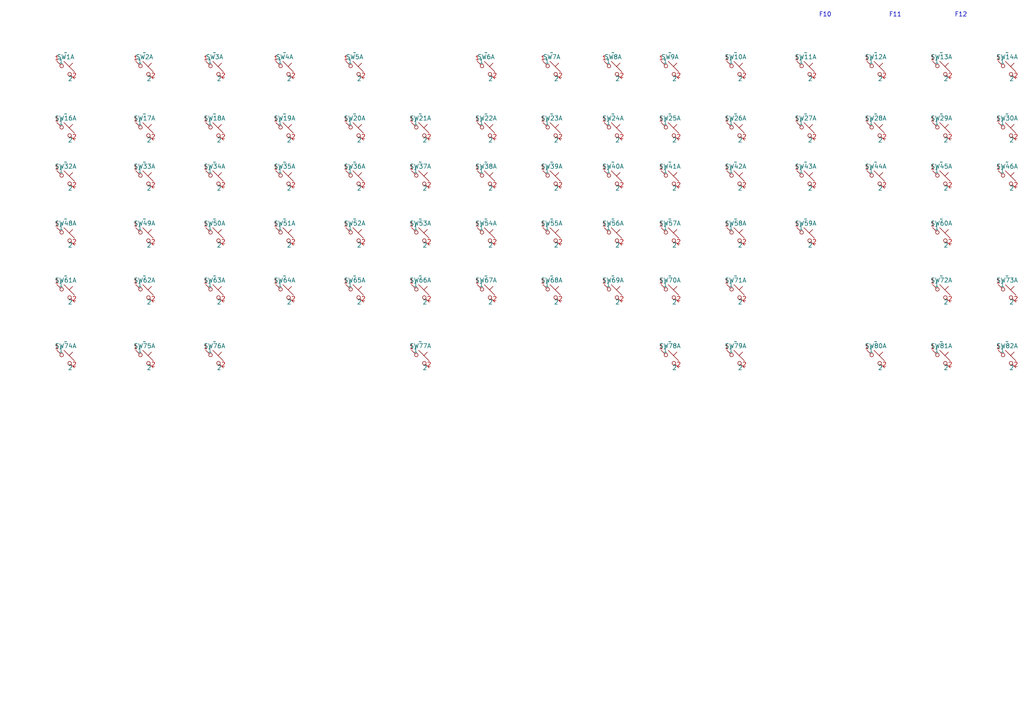
<source format=kicad_sch>
(kicad_sch (version 20230121) (generator eeschema)
  (paper "A4")
  (junction (at 273.05 309.88))
  (junction (at 147.32 265.43))
  (junction (at -30.48 312.42))
  (junction (at 224.79 245.11))
  (junction (at 222.25 309.88))
  (junction (at 171.45 309.88))
  (junction (at 189.23 242.57))
  (junction (at 299.72 265.43))
  (junction (at 0 312.42))
  (junction (at 275.59 359.41))
  (junction (at 142.24 290.83))
  (junction (at 199.39 245.11))
  (junction (at -3.81 359.41))
  (junction (at 153.67 219.71))
  (junction (at 280.67 219.71))
  (junction (at 26.67 334.01))
  (junction (at 243.84 290.83))
  (junction (at 15.24 290.83))
  (junction (at 121.92 265.43))
  (junction (at 320.04 290.83))
  (junction (at 193.04 290.83))
  (junction (at 128.27 334.01))
  (junction (at 275.59 245.11))
  (junction (at 250.19 245.11))
  (junction (at 62.23 242.57))
  (junction (at 128.27 219.71))
  (junction (at 184.15 267.97))
  (junction (at 247.65 309.88))
  (junction (at 6.35 267.97))
  (junction (at 274.32 265.43))
  (junction (at 173.99 359.41))
  (junction (at 97.79 245.11))
  (junction (at 115.57 335.28))
  (junction (at 69.85 309.88))
  (junction (at 217.17 335.28))
  (junction (at 55.88 287.02))
  (junction (at 30.48 287.02))
  (junction (at 198.12 265.43))
  (junction (at 199.39 359.41))
  (junction (at 44.45 309.88))
  (junction (at 234.95 267.97))
  (junction (at 298.45 309.88))
  (junction (at 57.15 267.97))
  (junction (at 166.37 335.28))
  (junction (at 279.4 312.42))
  (junction (at 153.67 334.01))
  (junction (at -30.48 267.97))
  (junction (at 120.65 309.88))
  (junction (at 1.27 219.71))
  (junction (at 167.64 290.83))
  (junction (at 242.57 335.28))
  (junction (at 116.84 290.83))
  (junction (at 36.83 242.57))
  (junction (at 331.47 219.71))
  (junction (at 101.6 312.42))
  (junction (at 102.87 334.01))
  (junction (at 138.43 242.57))
  (junction (at 224.79 359.41))
  (junction (at 97.79 359.41))
  (junction (at 179.07 219.71))
  (junction (at 204.47 334.01))
  (junction (at 72.39 359.41))
  (junction (at 293.37 335.28))
  (junction (at 95.25 309.88))
  (junction (at 255.27 334.01))
  (junction (at 11.43 242.57))
  (junction (at 204.47 219.71))
  (junction (at 107.95 267.97))
  (junction (at 311.15 267.97))
  (junction (at 309.88 287.02))
  (junction (at 280.67 334.01))
  (junction (at 91.44 290.83))
  (junction (at 81.28 287.02))
  (junction (at 229.87 219.71))
  (junction (at 52.07 334.01))
  (junction (at 304.8 312.42))
  (junction (at 158.75 267.97))
  (junction (at 25.4 312.42))
  (junction (at 39.37 335.28))
  (junction (at 248.92 265.43))
  (junction (at 82.55 267.97))
  (junction (at 177.8 312.42))
  (junction (at 46.99 245.11))
  (junction (at 113.03 242.57))
  (junction (at 46.99 359.41))
  (junction (at 148.59 359.41))
  (junction (at 208.28 287.02))
  (junction (at 325.12 265.43))
  (junction (at 30.48 265.43))
  (junction (at 52.07 219.71))
  (junction (at 306.07 219.71))
  (junction (at 300.99 245.11))
  (junction (at -30.48 335.28))
  (junction (at 233.68 287.02))
  (junction (at 102.87 219.71))
  (junction (at 290.83 242.57))
  (junction (at 163.83 242.57))
  (junction (at 90.17 335.28))
  (junction (at 173.99 245.11))
  (junction (at 259.08 287.02))
  (junction (at 13.97 335.28))
  (junction (at 20.32 265.43))
  (junction (at 182.88 287.02))
  (junction (at 77.47 219.71))
  (junction (at 30.48 309.88))
  (junction (at 172.72 265.43))
  (junction (at 123.19 359.41))
  (junction (at 127 312.42))
  (junction (at 240.03 242.57))
  (junction (at 326.39 245.11))
  (junction (at 140.97 335.28))
  (junction (at 294.64 290.83))
  (junction (at 30.48 334.01))
  (junction (at 71.12 265.43))
  (junction (at 228.6 312.42))
  (junction (at -30.48 290.83))
  (junction (at 21.59 359.41))
  (junction (at 267.97 335.28))
  (junction (at 203.2 312.42))
  (junction (at 269.24 290.83))
  (junction (at 132.08 287.02))
  (junction (at 157.48 287.02))
  (junction (at 285.75 267.97))
  (junction (at 20.32 242.57))
  (junction (at 26.67 219.71))
  (junction (at 96.52 265.43))
  (junction (at 87.63 242.57))
  (junction (at 21.59 245.11))
  (junction (at -30.48 359.41))
  (junction (at 214.63 242.57))
  (junction (at 152.4 312.42))
  (junction (at 146.05 309.88))
  (junction (at 35.56 309.88))
  (junction (at 31.75 267.97))
  (junction (at 218.44 290.83))
  (junction (at 284.48 287.02))
  (junction (at 148.59 245.11))
  (junction (at 50.8 312.42))
  (junction (at 64.77 335.28))
  (junction (at 35.56 287.02))
  (junction (at 223.52 265.43))
  (junction (at 66.04 290.83))
  (junction (at 196.85 309.88))
  (junction (at 179.07 334.01))
  (junction (at 229.87 334.01))
  (junction (at 318.77 335.28))
  (junction (at 250.19 359.41))
  (junction (at 77.47 334.01))
  (junction (at 123.19 245.11))
  (junction (at 133.35 267.97))
  (junction (at 260.35 267.97))
  (junction (at 209.55 267.97))
  (junction (at 323.85 309.88))
  (junction (at 106.68 287.02))
  (junction (at 45.72 265.43))
  (junction (at 316.23 242.57))
  (junction (at 72.39 245.11))
  (junction (at 40.64 290.83))
  (junction (at 254 312.42))
  (junction (at 191.77 335.28))
  (junction (at 76.2 312.42))
  (junction (at 255.27 219.71))
  (junction (at 265.43 242.57))
  (wire (pts (xy 275.59 359.41) (xy 250.19 359.41)))
  (wire (pts (xy 259.08 287.02) (xy 284.48 287.02)))
  (wire (pts (xy 1.27 219.71) (xy 1.27 242.57)))
  (wire (pts (xy 325.12 265.43) (xy 350.52 265.43)))
  (wire (pts (xy 52.07 334.01) (xy 77.47 334.01)))
  (wire (pts (xy -6.35 246.38) (xy -6.35 260.35)))
  (wire (pts (xy -8.89 219.71) (xy -8.89 214.63)))
  (wire (pts (xy 127 312.42) (xy 101.6 312.42)))
  (wire (pts (xy 87.63 242.57) (xy 62.23 242.57)))
  (wire (pts (xy 69.85 309.88) (xy 95.25 309.88)))
  (wire (pts (xy 342.9 311.15) (xy 1.27 311.15)))
  (wire (pts (xy 280.67 334.01) (xy 306.07 334.01)))
  (wire (pts (xy 364.49 237.49) (xy 364.49 246.38)))
  (wire (pts (xy 326.39 245.11) (xy 300.99 245.11)))
  (wire (pts (xy 203.2 312.42) (xy 177.8 312.42)))
  (wire (pts (xy 233.68 287.02) (xy 259.08 287.02)))
  (wire (pts (xy 267.97 335.28) (xy 242.57 335.28)))
  (wire (pts (xy 153.67 219.71) (xy 179.07 219.71)))
  (wire (pts (xy 57.15 267.97) (xy 31.75 267.97)))
  (wire (pts (xy 204.47 219.71) (xy 229.87 219.71)))
  (wire (pts (xy 39.37 335.28) (xy 13.97 335.28)))
  (wire (pts (xy 193.04 290.83) (xy 167.64 290.83)))
  (wire (pts (xy 133.35 267.97) (xy 107.95 267.97)))
  (wire (pts (xy 72.39 359.41) (xy 46.99 359.41)))
  (wire (pts (xy 265.43 242.57) (xy 240.03 242.57)))
  (wire (pts (xy 349.25 260.35) (xy 349.25 266.7)))
  (wire (pts (xy 25.4 312.42) (xy 0 312.42)))
  (wire (pts (xy 1.27 219.71) (xy -8.89 219.71)))
  (wire (pts (xy 209.55 267.97) (xy 184.15 267.97)))
  (wire (pts (xy 31.75 267.97) (xy 6.35 267.97)))
  (wire (pts (xy 81.28 287.02) (xy 106.68 287.02)))
  (wire (pts (xy 179.07 219.71) (xy 204.47 219.71)))
  (wire (pts (xy 19.05 309.88) (xy 30.48 309.88)))
  (wire (pts (xy 20.32 265.43) (xy 30.48 265.43)))
  (wire (pts (xy 300.99 245.11) (xy 275.59 245.11)))
  (wire (pts (xy 26.67 219.71) (xy 1.27 219.71)))
  (wire (pts (xy 255.27 334.01) (xy 280.67 334.01)))
  (wire (pts (xy 349.25 266.7) (xy 2.54 266.7)))
  (wire (pts (xy 217.17 335.28) (xy 191.77 335.28)))
  (wire (pts (xy 345.44 290.83) (xy 320.04 290.83)))
  (wire (pts (xy 97.79 359.41) (xy 72.39 359.41)))
  (wire (pts (xy 2.54 266.7) (xy 2.54 283.21)))
  (wire (pts (xy 76.2 312.42) (xy 50.8 312.42)))
  (wire (pts (xy 90.17 335.28) (xy 64.77 335.28)))
  (wire (pts (xy 300.99 359.41) (xy 275.59 359.41)))
  (wire (pts (xy 8.89 237.49) (xy 2.54 237.49)) (stroke (width 0.1524)))
  (wire (pts (xy 274.32 265.43) (xy 299.72 265.43)))
  (wire (pts (xy 182.88 287.02) (xy 208.28 287.02)))
  (wire (pts (xy 222.25 309.88) (xy 247.65 309.88)))
  (wire (pts (xy 228.6 312.42) (xy 203.2 312.42)))
  (wire (pts (xy 316.23 242.57) (xy 290.83 242.57)))
  (wire (pts (xy 299.72 265.43) (xy 325.12 265.43)))
  (wire (pts (xy 191.77 335.28) (xy 166.37 335.28)))
  (wire (pts (xy 152.4 312.42) (xy 127 312.42)))
  (wire (pts (xy 275.59 245.11) (xy 250.19 245.11)))
  (wire (pts (xy 177.8 312.42) (xy 152.4 312.42)))
  (wire (pts (xy 356.87 332.74) (xy 356.87 327.66)))
  (wire (pts (xy 107.95 267.97) (xy 82.55 267.97)))
  (wire (pts (xy 189.23 242.57) (xy 163.83 242.57)))
  (wire (pts (xy 11.43 242.57) (xy 20.32 242.57)))
  (wire (pts (xy -12.7 289.56) (xy 358.14 289.56)))
  (wire (pts (xy 306.07 219.71) (xy 331.47 219.71)))
  (wire (pts (xy 101.6 312.42) (xy 76.2 312.42)))
  (wire (pts (xy 364.49 246.38) (xy -6.35 246.38)))
  (wire (pts (xy 102.87 219.71) (xy 128.27 219.71)))
  (wire (pts (xy 45.72 265.43) (xy 71.12 265.43)))
  (wire (pts (xy 1.27 311.15) (xy 1.27 327.66)))
  (wire (pts (xy 20.32 242.57) (xy 36.83 242.57)))
  (wire (pts (xy 113.03 242.57) (xy 87.63 242.57)))
  (wire (pts (xy 351.79 245.11) (xy 326.39 245.11)))
  (wire (pts (xy 171.45 309.88) (xy 196.85 309.88)))
  (wire (pts (xy 204.47 334.01) (xy 229.87 334.01)))
  (wire (pts (xy 250.19 359.41) (xy 224.79 359.41)))
  (wire (pts (xy 128.27 334.01) (xy 153.67 334.01)))
  (wire (pts (xy 55.88 287.02) (xy 81.28 287.02)))
  (wire (pts (xy 30.48 309.88) (xy 30.48 334.01)))
  (wire (pts (xy 309.88 287.02) (xy 335.28 287.02)))
  (wire (pts (xy 123.19 245.11) (xy 97.79 245.11)))
  (wire (pts (xy 273.05 309.88) (xy 298.45 309.88)))
  (wire (pts (xy 248.92 265.43) (xy 274.32 265.43)))
  (wire (pts (xy 243.84 290.83) (xy 218.44 290.83)))
  (wire (pts (xy 223.52 265.43) (xy 248.92 265.43)))
  (wire (pts (xy 30.48 287.02) (xy 30.48 265.43)))
  (wire (pts (xy 320.04 290.83) (xy 294.64 290.83)))
  (wire (pts (xy 148.59 245.11) (xy 123.19 245.11)))
  (wire (pts (xy 158.75 267.97) (xy 133.35 267.97)))
  (wire (pts (xy 30.48 287.02) (xy 35.56 287.02)))
  (wire (pts (xy 46.99 359.41) (xy 21.59 359.41)))
  (wire (pts (xy 247.65 309.88) (xy 273.05 309.88)))
  (wire (pts (xy 52.07 219.71) (xy 77.47 219.71)))
  (wire (pts (xy 255.27 219.71) (xy 280.67 219.71)))
  (wire (pts (xy 26.67 334.01) (xy 30.48 334.01)))
  (wire (pts (xy -30.48 359.41) (xy -30.48 374.65)))
  (wire (pts (xy 120.65 309.88) (xy 146.05 309.88)))
  (wire (pts (xy 6.35 267.97) (xy -30.48 267.97)))
  (wire (pts (xy 97.79 245.11) (xy 72.39 245.11)))
  (wire (pts (xy 179.07 334.01) (xy 204.47 334.01)))
  (wire (pts (xy 323.85 309.88) (xy 349.25 309.88)))
  (wire (pts (xy 330.2 312.42) (xy 304.8 312.42)))
  (wire (pts (xy 240.03 242.57) (xy 214.63 242.57)))
  (wire (pts (xy 250.19 245.11) (xy 224.79 245.11)))
  (wire (pts (xy 66.04 290.83) (xy 40.64 290.83)))
  (wire (pts (xy 254 312.42) (xy 228.6 312.42)))
  (wire (pts (xy -16.51 332.74) (xy 356.87 332.74)))
  (wire (pts (xy -30.48 245.11) (xy -30.48 267.97)))
  (wire (pts (xy 148.59 359.41) (xy 123.19 359.41)))
  (wire (pts (xy 13.97 335.28) (xy -30.48 335.28)))
  (wire (pts (xy 64.77 335.28) (xy 39.37 335.28)))
  (wire (pts (xy 26.67 219.71) (xy 52.07 219.71)))
  (wire (pts (xy 218.44 290.83) (xy 193.04 290.83)))
  (wire (pts (xy 11.43 242.57) (xy 1.27 242.57)))
  (wire (pts (xy 290.83 242.57) (xy 265.43 242.57)))
  (wire (pts (xy 331.47 219.71) (xy 356.87 219.71)))
  (wire (pts (xy 298.45 309.88) (xy 323.85 309.88)))
  (wire (pts (xy 21.59 245.11) (xy -30.48 245.11)))
  (wire (pts (xy -16.51 351.79) (xy -16.51 332.74)))
  (wire (pts (xy 77.47 334.01) (xy 102.87 334.01)))
  (wire (pts (xy 30.48 309.88) (xy 35.56 309.88)))
  (wire (pts (xy -12.7 304.8) (xy -12.7 289.56)))
  (wire (pts (xy 172.72 265.43) (xy 198.12 265.43)))
  (wire (pts (xy 82.55 267.97) (xy 57.15 267.97)))
  (wire (pts (xy 21.59 359.41) (xy -3.81 359.41)))
  (wire (pts (xy 173.99 359.41) (xy 148.59 359.41)))
  (wire (pts (xy 199.39 359.41) (xy 173.99 359.41)))
  (wire (pts (xy 260.35 267.97) (xy 234.95 267.97)))
  (wire (pts (xy -30.48 312.42) (xy -30.48 335.28)))
  (wire (pts (xy 140.97 335.28) (xy 115.57 335.28)))
  (wire (pts (xy 30.48 265.43) (xy 45.72 265.43)))
  (wire (pts (xy 102.87 334.01) (xy 128.27 334.01)))
  (wire (pts (xy 128.27 219.71) (xy 153.67 219.71)))
  (wire (pts (xy 318.77 335.28) (xy 293.37 335.28)))
  (wire (pts (xy 121.92 265.43) (xy 147.32 265.43)))
  (wire (pts (xy 229.87 219.71) (xy 255.27 219.71)))
  (wire (pts (xy 40.64 290.83) (xy 15.24 290.83)))
  (wire (pts (xy 166.37 335.28) (xy 140.97 335.28)))
  (wire (pts (xy 280.67 219.71) (xy 306.07 219.71)))
  (wire (pts (xy 106.68 287.02) (xy 132.08 287.02)))
  (wire (pts (xy 1.27 334.01) (xy 26.67 334.01)))
  (wire (pts (xy 214.63 242.57) (xy 189.23 242.57)))
  (wire (pts (xy -3.81 359.41) (xy -30.48 359.41)))
  (wire (pts (xy -30.48 267.97) (xy -30.48 290.83)))
  (wire (pts (xy 96.52 265.43) (xy 121.92 265.43)))
  (wire (pts (xy 153.67 334.01) (xy 179.07 334.01)))
  (wire (pts (xy 269.24 290.83) (xy 243.84 290.83)))
  (wire (pts (xy 91.44 290.83) (xy 66.04 290.83)))
  (wire (pts (xy 46.99 245.11) (xy 21.59 245.11)))
  (wire (pts (xy 173.99 245.11) (xy 148.59 245.11)))
  (wire (pts (xy 35.56 287.02) (xy 35.56 309.88)))
  (wire (pts (xy 35.56 309.88) (xy 44.45 309.88)))
  (wire (pts (xy 304.8 312.42) (xy 279.4 312.42)))
  (wire (pts (xy 0 312.42) (xy -30.48 312.42)))
  (wire (pts (xy -30.48 335.28) (xy -30.48 359.41)))
  (wire (pts (xy 30.48 334.01) (xy 52.07 334.01)))
  (wire (pts (xy 123.19 359.41) (xy 97.79 359.41)))
  (wire (pts (xy 279.4 312.42) (xy 254 312.42)))
  (wire (pts (xy -30.48 290.83) (xy -30.48 312.42)))
  (wire (pts (xy 95.25 309.88) (xy 120.65 309.88)))
  (wire (pts (xy 132.08 287.02) (xy 157.48 287.02)))
  (wire (pts (xy 167.64 290.83) (xy 142.24 290.83)))
  (wire (pts (xy 116.84 290.83) (xy 91.44 290.83)))
  (wire (pts (xy 358.14 289.56) (xy 358.14 283.21)))
  (wire (pts (xy 285.75 267.97) (xy 260.35 267.97)))
  (wire (pts (xy 138.43 242.57) (xy 113.03 242.57)))
  (wire (pts (xy 62.23 242.57) (xy 36.83 242.57)))
  (wire (pts (xy 147.32 265.43) (xy 172.72 265.43)))
  (wire (pts (xy 198.12 265.43) (xy 223.52 265.43)))
  (wire (pts (xy 342.9 304.8) (xy 342.9 311.15)))
  (wire (pts (xy 20.32 265.43) (xy 20.32 242.57)))
  (wire (pts (xy 208.28 287.02) (xy 233.68 287.02)))
  (wire (pts (xy 50.8 312.42) (xy 25.4 312.42)))
  (wire (pts (xy 5.08 287.02) (xy 30.48 287.02)))
  (wire (pts (xy 336.55 267.97) (xy 311.15 267.97)))
  (wire (pts (xy 196.85 309.88) (xy 222.25 309.88)))
  (wire (pts (xy 294.64 290.83) (xy 269.24 290.83)))
  (wire (pts (xy 115.57 335.28) (xy 90.17 335.28)))
  (wire (pts (xy 146.05 309.88) (xy 171.45 309.88)))
  (wire (pts (xy 71.12 265.43) (xy 96.52 265.43)))
  (wire (pts (xy 163.83 242.57) (xy 138.43 242.57)))
  (wire (pts (xy 15.24 290.83) (xy -30.48 290.83)))
  (wire (pts (xy 293.37 335.28) (xy 267.97 335.28)))
  (wire (pts (xy 142.24 290.83) (xy 116.84 290.83)))
  (wire (pts (xy 72.39 245.11) (xy 46.99 245.11)))
  (wire (pts (xy 77.47 219.71) (xy 102.87 219.71)))
  (wire (pts (xy 224.79 359.41) (xy 199.39 359.41)))
  (wire (pts (xy 341.63 242.57) (xy 316.23 242.57)))
  (wire (pts (xy 44.45 309.88) (xy 69.85 309.88)))
  (wire (pts (xy 184.15 267.97) (xy 158.75 267.97)))
  (wire (pts (xy 284.48 287.02) (xy 309.88 287.02)))
  (wire (pts (xy 157.48 287.02) (xy 182.88 287.02)))
  (wire (pts (xy 234.95 267.97) (xy 209.55 267.97)))
  (wire (pts (xy 35.56 287.02) (xy 55.88 287.02)))
  (wire (pts (xy 224.79 245.11) (xy 199.39 245.11)))
  (wire (pts (xy 242.57 335.28) (xy 217.17 335.28)))
  (wire (pts (xy 229.87 334.01) (xy 255.27 334.01)))
  (wire (pts (xy 199.39 245.11) (xy 173.99 245.11)))
  (wire (pts (xy 318.77 335.28) (xy 344.17 335.28)))
  (wire (pts (xy 311.15 267.97) (xy 285.75 267.97)))
  (text "F10" (at 237.49 5.08 0) (effects (font (size 1.27 1.27)) (justify left bottom)))
  (text "prtsc" (at 303.53 5.08 0) (effects (font (size 1.27 1.27)) (justify left bottom)))
  (text "F12\n" (at 276.86 5.08 0) (effects (font (size 1.27 1.27)) (justify left bottom)))
  (text "pause\n" (at 320.04 5.08 0) (effects (font (size 1.27 1.27)) (justify left bottom)))
  (text "F11" (at 257.81 5.08 0) (effects (font (size 1.27 1.27)) (justify left bottom)))
  (label "NEOPIX" (at 2.54 237.49 0) (effects (font (size 1.2446 1.2446))))
  (symbol (lib_id "JohnDeere:MX_NEO") (at 102.87 38.1 0) (unit 1)
    (property "Reference" "SW20" (at 102.87 34.29 0))
    (property "Value" "~" (at 102.87 33.02 0))
    (property "Footprint" "JohnDeereLibrary:Gateron KS33 Plate" (effects hide))
  )
  (symbol (lib_id "JohnDeere:MX_NEO") (at 292.1 20.32 0) (unit 1)
    (property "Reference" "SW14" (at 292.1 16.51 0))
    (property "Value" "~" (at 292.1 15.24 0))
    (property "Footprint" "JohnDeereLibrary:Gateron KS33 Plate" (effects hide))
  )
  (symbol (lib_id "JohnDeere:MX_NEO") (at 300.99 347.98 0) (unit 2)
    (property "Reference" "SW83" (at 312.42 351.2059 0))
    (property "Value" "~" (at 300.99 342.9 0))
    (property "Footprint" "JohnDeereLibrary:Gateron KS33 Plate" (effects hide))
  )
  (symbol (lib_id "JohnDeere:MX_NEO") (at 194.31 52.07 0) (unit 1)
    (property "Reference" "SW41" (at 194.31 48.26 0))
    (property "Value" "~" (at 194.31 46.99 0))
    (property "Footprint" "JohnDeereLibrary:Gateron KS33 Plate" (effects hide))
  )
  (symbol (lib_id "JohnDeere:MX_NEO") (at 121.92 68.58 0) (unit 1)
    (property "Reference" "SW53" (at 121.92 64.77 0))
    (property "Value" "~" (at 121.92 63.5 0))
    (property "Footprint" "JohnDeereLibrary:Gateron KS33 Plate" (effects hide))
  )
  (symbol (lib_id "JohnDeere:MX_NEO") (at 166.37 323.85 0) (unit 2)
    (property "Reference" "SW63" (at 177.8 327.0759 0))
    (property "Value" "~" (at 166.37 318.77 0))
    (property "Footprint" "JohnDeereLibrary:Gateron KS33 Plate" (effects hide))
  )
  (symbol (lib_id "JohnDeere:MX_NEO") (at 194.31 20.32 0) (unit 1)
    (property "Reference" "SW9" (at 194.31 16.51 0))
    (property "Value" "~" (at 194.31 15.24 0))
    (property "Footprint" "JohnDeereLibrary:Gateron KS33 Plate" (effects hide))
  )
  (symbol (lib_id "JohnDeere:MX_NEO") (at 76.2 300.99 0) (unit 2)
    (property "Reference" "SW46" (at 87.63 304.2159 0))
    (property "Value" "~" (at 76.2 295.91 0))
    (property "Footprint" "JohnDeereLibrary:Gateron KS33 Plate" (effects hide))
  )
  (symbol (lib_id "JohnDeere:MX_NEO") (at 177.8 68.58 0) (unit 1)
    (property "Reference" "SW56" (at 177.8 64.77 0))
    (property "Value" "~" (at 177.8 63.5 0))
    (property "Footprint" "JohnDeereLibrary:Gateron KS33 Plate" (effects hide))
  )
  (symbol (lib_id "JohnDeere:MX_NEO") (at 330.2 300.99 0) (unit 2)
    (property "Reference" "SW56" (at 341.63 304.2159 0))
    (property "Value" "~" (at 330.2 295.91 0))
    (property "Footprint" "JohnDeereLibrary:Gateron KS33 Plate" (effects hide))
  )
  (symbol (lib_id "JohnDeere:MX_NEO") (at 102.87 85.09 0) (unit 1)
    (property "Reference" "SW65" (at 102.87 81.28 0))
    (property "Value" "~" (at 102.87 80.01 0))
    (property "Footprint" "JohnDeereLibrary:Gateron KS33 Plate" (effects hide))
  )
  (symbol (lib_id "JohnDeere:MX_NEO") (at 123.19 347.98 0) (unit 2)
    (property "Reference" "SW76" (at 134.62 351.2059 0))
    (property "Value" "~" (at 123.19 342.9 0))
    (property "Footprint" "JohnDeereLibrary:Gateron KS33 Plate" (effects hide))
  )
  (symbol (lib_id "JohnDeere:MX_NEO") (at 62.23 104.14 0) (unit 1)
    (property "Reference" "SW76" (at 62.23 100.33 0))
    (property "Value" "~" (at 62.23 99.06 0))
    (property "Footprint" "JohnDeereLibrary:Gateron KS33 Plate" (effects hide))
  )
  (symbol (lib_id "JohnDeere:MX_NEO") (at 82.55 256.54 0) (unit 2)
    (property "Reference" "SW18" (at 93.98 259.7659 0))
    (property "Value" "~" (at 82.55 251.46 0))
    (property "Footprint" "JohnDeereLibrary:Gateron KS33 Plate" (effects hide))
  )
  (symbol (lib_id "JohnDeere:MX_NEO") (at 228.6 300.99 0) (unit 2)
    (property "Reference" "SW52" (at 240.03 304.2159 0))
    (property "Value" "~" (at 228.6 295.91 0))
    (property "Footprint" "JohnDeereLibrary:Gateron KS33 Plate" (effects hide))
  )
  (symbol (lib_id "JohnDeere:MX_NEO") (at 15.24 279.4 0) (unit 2)
    (property "Reference" "SW29" (at 26.67 282.6259 0))
    (property "Value" "~" (at 15.24 274.32 0))
    (property "Footprint" "JohnDeereLibrary:Gateron Low Profile Stabilizer Plate Cutout" (effects hide))
  )
  (symbol (lib_id "JohnDeere:MX_NEO") (at 121.92 52.07 0) (unit 1)
    (property "Reference" "SW37" (at 121.92 48.26 0))
    (property "Value" "~" (at 121.92 46.99 0))
    (property "Footprint" "JohnDeereLibrary:Gateron KS33 Plate" (effects hide))
  )
  (symbol (lib_id "JohnDeere:MX_NEO") (at 97.79 233.68 0) (unit 2)
    (property "Reference" "SW4" (at 109.22 236.9059 0))
    (property "Value" "~" (at 97.79 228.6 0))
    (property "Footprint" "JohnDeereLibrary:Gateron KS33 Plate" (effects hide))
  )
  (symbol (lib_id "JohnDeere:MX_NEO") (at 194.31 85.09 0) (unit 1)
    (property "Reference" "SW70" (at 194.31 81.28 0))
    (property "Value" "~" (at 194.31 80.01 0))
    (property "Footprint" "JohnDeereLibrary:Gateron KS33 Plate" (effects hide))
  )
  (symbol (lib_id "JohnDeere:MX_NEO") (at 273.05 52.07 0) (unit 1)
    (property "Reference" "SW45" (at 273.05 48.26 0))
    (property "Value" "~" (at 273.05 46.99 0))
    (property "Footprint" "JohnDeereLibrary:Gateron KS33 Plate" (effects hide))
  )
  (symbol (lib_id "JohnDeere:MX_NEO") (at 19.05 104.14 0) (unit 1)
    (property "Reference" "SW74" (at 19.05 100.33 0))
    (property "Value" "~" (at 19.05 99.06 0))
    (property "Footprint" "JohnDeereLibrary:Gateron KS33 Plate" (effects hide))
  )
  (symbol (lib_id "JohnDeere:MX_NEO") (at 173.99 233.68 0) (unit 2)
    (property "Reference" "SW7" (at 185.42 236.9059 0))
    (property "Value" "~" (at 173.99 228.6 0))
    (property "Footprint" "JohnDeereLibrary:Gateron KS33 Plate" (effects hide))
  )
  (symbol (lib_id "JohnDeere:MX_NEO") (at 97.79 347.98 0) (unit 2)
    (property "Reference" "SW75" (at 109.22 351.2059 0))
    (property "Value" "~" (at 97.79 342.9 0))
    (property "Footprint" "JohnDeereLibrary:Gateron KS33 Plate" (effects hide))
  )
  (symbol (lib_id "JohnDeere:MX_NEO") (at 193.04 279.4 0) (unit 2)
    (property "Reference" "SW36" (at 204.47 282.6259 0))
    (property "Value" "~" (at 193.04 274.32 0))
    (property "Footprint" "JohnDeereLibrary:Gateron KS33 Plate" (effects hide))
  )
  (symbol (lib_id "JohnDeere:MX_NEO") (at 254 20.32 0) (unit 1)
    (property "Reference" "SW12" (at 254 16.51 0))
    (property "Value" "~" (at 254 15.24 0))
    (property "Footprint" "JohnDeereLibrary:Gateron KS33 Plate" (effects hide))
  )
  (symbol (lib_id "JohnDeere:MX_NEO") (at 213.36 20.32 0) (unit 1)
    (property "Reference" "SW10" (at 213.36 16.51 0))
    (property "Value" "~" (at 213.36 15.24 0))
    (property "Footprint" "JohnDeereLibrary:Gateron KS33 Plate" (effects hide))
  )
  (symbol (lib_id "JohnDeere:MX_NEO") (at 242.57 323.85 0) (unit 2)
    (property "Reference" "SW66" (at 254 327.0759 0))
    (property "Value" "~" (at 242.57 318.77 0))
    (property "Footprint" "JohnDeereLibrary:Gateron KS33 Plate" (effects hide))
  )
  (symbol (lib_id "JohnDeere:MX_NEO") (at 121.92 38.1 0) (unit 1)
    (property "Reference" "SW21" (at 121.92 34.29 0))
    (property "Value" "~" (at 121.92 33.02 0))
    (property "Footprint" "JohnDeereLibrary:Gateron KS33 Plate" (effects hide))
  )
  (symbol (lib_id "JohnDeere:MX_NEO") (at 273.05 104.14 0) (unit 1)
    (property "Reference" "SW81" (at 273.05 100.33 0))
    (property "Value" "~" (at 273.05 99.06 0))
    (property "Footprint" "JohnDeereLibrary:Gateron KS33 Plate" (effects hide))
  )
  (symbol (lib_id "JohnDeere:MX_NEO") (at 309.88 104.14 0) (unit 1)
    (property "Reference" "SW83" (at 309.88 100.33 0))
    (property "Value" "~" (at 309.88 99.06 0))
    (property "Footprint" "JohnDeereLibrary:Gateron KS33 Plate" (effects hide))
  )
  (symbol (lib_id "JohnDeere:MX_NEO") (at 254 38.1 0) (unit 1)
    (property "Reference" "SW28" (at 254 34.29 0))
    (property "Value" "~" (at 254 33.02 0))
    (property "Footprint" "JohnDeereLibrary:Gateron KS33 Plate" (effects hide))
  )
  (symbol (lib_id "JohnDeere:MX_NEO") (at 275.59 347.98 0) (unit 2)
    (property "Reference" "SW82" (at 287.02 351.2059 0))
    (property "Value" "~" (at 275.59 342.9 0))
    (property "Footprint" "JohnDeereLibrary:Gateron KS33 Plate" (effects hide))
  )
  (symbol (lib_id "JohnDeere:MX_NEO") (at 107.95 256.54 0) (unit 2)
    (property "Reference" "SW19" (at 119.38 259.7659 0))
    (property "Value" "~" (at 107.95 251.46 0))
    (property "Footprint" "JohnDeereLibrary:Gateron KS33 Plate" (effects hide))
  )
  (symbol (lib_id "JohnDeere:MX_NEO") (at 46.99 347.98 0) (unit 2)
    (property "Reference" "SW73" (at 58.42 351.2059 0))
    (property "Value" "~" (at 46.99 342.9 0))
    (property "Footprint" "JohnDeereLibrary:Gateron KS33 Plate" (effects hide))
  )
  (symbol (lib_id "JohnDeere:MX_NEO") (at 91.44 279.4 0) (unit 2)
    (property "Reference" "SW32" (at 102.87 282.6259 0))
    (property "Value" "~" (at 91.44 274.32 0))
    (property "Footprint" "JohnDeereLibrary:Gateron KS33 Plate" (effects hide))
  )
  (symbol (lib_id "JohnDeere:MX_NEO") (at 254 104.14 0) (unit 1)
    (property "Reference" "SW80" (at 254 100.33 0))
    (property "Value" "~" (at 254 99.06 0))
    (property "Footprint" "JohnDeereLibrary:Gateron KS33 Plate" (effects hide))
  )
  (symbol (lib_id "JohnDeere:MX_NEO") (at 40.64 279.4 0) (unit 2)
    (property "Reference" "SW30" (at 52.07 282.6259 0))
    (property "Value" "~" (at 40.64 274.32 0))
    (property "Footprint" "JohnDeereLibrary:Gateron KS33 Plate" (effects hide))
  )
  (symbol (lib_id "JohnDeere:MX_NEO") (at 82.55 20.32 0) (unit 1)
    (property "Reference" "SW4" (at 82.55 16.51 0))
    (property "Value" "~" (at 82.55 15.24 0))
    (property "Footprint" "JohnDeereLibrary:Gateron KS33 Plate" (effects hide))
  )
  (symbol (lib_id "JohnDeere:MX_NEO") (at 72.39 347.98 0) (unit 2)
    (property "Reference" "SW74" (at 83.82 351.2059 0))
    (property "Value" "~" (at 72.39 342.9 0))
    (property "Footprint" "JohnDeereLibrary:Gateron KS33 Plate" (effects hide))
  )
  (symbol (lib_id "JohnDeere:MX_NEO") (at 233.68 38.1 0) (unit 1)
    (property "Reference" "SW27" (at 233.68 34.29 0))
    (property "Value" "~" (at 233.68 33.02 0))
    (property "Footprint" "JohnDeereLibrary:Gateron KS33 Plate" (effects hide))
  )
  (symbol (lib_id "JohnDeere:MX_NEO") (at 267.97 323.85 0) (unit 2)
    (property "Reference" "SW67" (at 279.4 327.0759 0))
    (property "Value" "~" (at 267.97 318.77 0))
    (property "Footprint" "JohnDeereLibrary:Gateron KS33 Plate" (effects hide))
  )
  (symbol (lib_id "JohnDeere:MX_NEO") (at 123.19 233.68 0) (unit 2)
    (property "Reference" "SW5" (at 134.62 236.9059 0))
    (property "Value" "~" (at 123.19 228.6 0))
    (property "Footprint" "JohnDeereLibrary:Gateron KS33 Plate" (effects hide))
  )
  (symbol (lib_id "JohnDeere:MX_NEO") (at 39.37 323.85 0) (unit 2)
    (property "Reference" "SW58" (at 50.8 327.0759 0))
    (property "Value" "~" (at 39.37 318.77 0))
    (property "Footprint" "JohnDeereLibrary:Gateron KS33 Plate" (effects hide))
  )
  (symbol (lib_id "JohnDeere:MX_NEO") (at 217.17 323.85 0) (unit 2)
    (property "Reference" "SW65" (at 228.6 327.0759 0))
    (property "Value" "~" (at 217.17 318.77 0))
    (property "Footprint" "JohnDeereLibrary:Gateron KS33 Plate" (effects hide))
  )
  (symbol (lib_id "JohnDeere:MX_NEO") (at 309.88 38.1 0) (unit 1)
    (property "Reference" "SW31" (at 309.88 34.29 0))
    (property "Value" "~" (at 309.88 33.02 0))
    (property "Footprint" "JohnDeereLibrary:Gateron KS33 Plate" (effects hide))
  )
  (symbol (lib_id "JohnDeere:MX_NEO") (at 21.59 347.98 0) (unit 2)
    (property "Reference" "SW72" (at 33.02 351.2059 0))
    (property "Value" "~" (at 21.59 342.9 0))
    (property "Footprint" "JohnDeereLibrary:Gateron Low Profile Stabilizer Plate Cutout" (effects hide))
  )
  (symbol (lib_id "JohnDeere:MX_NEO") (at 279.4 300.99 0) (unit 2)
    (property "Reference" "SW54" (at 290.83 304.2159 0))
    (property "Value" "~" (at 279.4 295.91 0))
    (property "Footprint" "JohnDeereLibrary:Gateron KS33 Plate" (effects hide))
  )
  (symbol (lib_id "JohnDeere:MX_NEO") (at 148.59 233.68 0) (unit 2)
    (property "Reference" "SW6" (at 160.02 236.9059 0))
    (property "Value" "~" (at 148.59 228.6 0))
    (property "Footprint" "JohnDeereLibrary:Gateron KS33 Plate" (effects hide))
  )
  (symbol (lib_id "JohnDeere:MX_NEO") (at 133.35 256.54 0) (unit 2)
    (property "Reference" "SW20" (at 144.78 259.7659 0))
    (property "Value" "~" (at 133.35 251.46 0))
    (property "Footprint" "JohnDeereLibrary:Gateron KS33 Plate" (effects hide))
  )
  (symbol (lib_id "JohnDeere:MX_NEO") (at 292.1 52.07 0) (unit 1)
    (property "Reference" "SW46" (at 292.1 48.26 0))
    (property "Value" "~" (at 292.1 46.99 0))
    (property "Footprint" "JohnDeereLibrary:Gateron KS33 Plate" (effects hide))
  )
  (symbol (lib_id "JohnDeere:MX_NEO") (at 273.05 85.09 0) (unit 1)
    (property "Reference" "SW72" (at 273.05 81.28 0))
    (property "Value" "~" (at 273.05 80.01 0))
    (property "Footprint" "JohnDeereLibrary:Gateron Low Profile Stabilizer Plate Cutout" (effects hide))
  )
  (symbol (lib_id "JohnDeere:MX_NEO") (at 213.36 104.14 0) (unit 1)
    (property "Reference" "SW79" (at 213.36 100.33 0))
    (property "Value" "~" (at 213.36 99.06 0))
    (property "Footprint" "JohnDeereLibrary:Gateron KS33 Plate" (effects hide))
  )
  (symbol (lib_id "JohnDeere:MX_NEO") (at 160.02 52.07 0) (unit 1)
    (property "Reference" "SW39" (at 160.02 48.26 0))
    (property "Value" "~" (at 160.02 46.99 0))
    (property "Footprint" "JohnDeereLibrary:Gateron KS33 Plate" (effects hide))
  )
  (symbol (lib_id "JohnDeere:MX_NEO") (at 224.79 233.68 0) (unit 2)
    (property "Reference" "SW9" (at 236.22 236.9059 0))
    (property "Value" "~" (at 224.79 228.6 0))
    (property "Footprint" "JohnDeereLibrary:Gateron KS33 Plate" (effects hide))
  )
  (symbol (lib_id "JohnDeere:MX_NEO") (at 213.36 38.1 0) (unit 1)
    (property "Reference" "SW26" (at 213.36 34.29 0))
    (property "Value" "~" (at 213.36 33.02 0))
    (property "Footprint" "JohnDeereLibrary:Gateron KS33 Plate" (effects hide))
  )
  (symbol (lib_id "JohnDeere:MX_NEO") (at 121.92 104.14 0) (unit 1)
    (property "Reference" "SW77" (at 121.92 100.33 0))
    (property "Value" "~" (at 121.92 99.06 0))
    (property "Footprint" "JohnDeereLibrary:Gateron Low Profile Stabilizer Plate Cutout 6.25u" (effects hide))
  )
  (symbol (lib_id "JohnDeere:MX_NEO") (at 158.75 256.54 0) (unit 2)
    (property "Reference" "SW21" (at 170.18 259.7659 0))
    (property "Value" "~" (at 158.75 251.46 0))
    (property "Footprint" "JohnDeereLibrary:Gateron KS33 Plate" (effects hide))
  )
  (symbol (lib_id "JohnDeere:MX_NEO") (at 160.02 20.32 0) (unit 1)
    (property "Reference" "SW7" (at 160.02 16.51 0))
    (property "Value" "~" (at 160.02 15.24 0))
    (property "Footprint" "JohnDeereLibrary:Gateron KS33 Plate" (effects hide))
  )
  (symbol (lib_id "JohnDeere:MX_NEO") (at 194.31 38.1 0) (unit 1)
    (property "Reference" "SW25" (at 194.31 34.29 0))
    (property "Value" "~" (at 194.31 33.02 0))
    (property "Footprint" "JohnDeereLibrary:Gateron KS33 Plate" (effects hide))
  )
  (symbol (lib_id "JohnDeere:MX_NEO") (at 140.97 38.1 0) (unit 1)
    (property "Reference" "SW22" (at 140.97 34.29 0))
    (property "Value" "~" (at 140.97 33.02 0))
    (property "Footprint" "JohnDeereLibrary:Gateron KS33 Plate" (effects hide))
  )
  (symbol (lib_id "JohnDeere:MX_NEO") (at 326.39 233.68 0) (unit 2)
    (property "Reference" "SW13" (at 337.82 236.9059 0))
    (property "Value" "~" (at 326.39 228.6 0))
    (property "Footprint" "JohnDeereLibrary:Gateron KS33 Plate" (effects hide))
  )
  (symbol (lib_id "JohnDeere:MX_NEO") (at 233.68 20.32 0) (unit 1)
    (property "Reference" "SW11" (at 233.68 16.51 0))
    (property "Value" "~" (at 233.68 15.24 0))
    (property "Footprint" "JohnDeereLibrary:Gateron KS33 Plate" (effects hide))
  )
  (symbol (lib_id "Adafruit nRF52840 Bluefruit Feather Express Rev D-eagle-import:GND") (at -30.48 377.19 0) (unit 1)
    (property "Reference" "#U$060" (effects hide))
    (property "Value" "GND" (at -32.004 379.73 0) (effects (font (size 1.27 1.0795)) (justify left bottom)))
    (instances (project "Every83_Plate" (path "" (reference "#U$060") (unit 1)) (path "" (reference "#U$012") (unit 1))))
  )
  (symbol (lib_id "JohnDeere:MX_NEO") (at 62.23 20.32 0) (unit 1)
    (property "Reference" "SW3" (at 62.23 16.51 0))
    (property "Value" "~" (at 62.23 15.24 0))
    (property "Footprint" "JohnDeereLibrary:Gateron KS33 Plate" (effects hide))
  )
  (symbol (lib_id "JohnDeere:MX_NEO") (at 224.79 347.98 0) (unit 2)
    (property "Reference" "SW80" (at 236.22 351.2059 0))
    (property "Value" "~" (at 224.79 342.9 0))
    (property "Footprint" "JohnDeereLibrary:Gateron KS33 Plate" (effects hide))
  )
  (symbol (lib_id "JohnDeere:MX_NEO") (at 72.39 233.68 0) (unit 2)
    (property "Reference" "SW3" (at 83.82 236.9059 0))
    (property "Value" "~" (at 72.39 228.6 0))
    (property "Footprint" "JohnDeereLibrary:Gateron KS33 Plate" (effects hide))
  )
  (symbol (lib_id "JohnDeere:MX_NEO") (at 233.68 52.07 0) (unit 1)
    (property "Reference" "SW43" (at 233.68 48.26 0))
    (property "Value" "~" (at 233.68 46.99 0))
    (property "Footprint" "JohnDeereLibrary:Gateron KS33 Plate" (effects hide))
  )
  (symbol (lib_id "JohnDeere:MX_NEO") (at 102.87 68.58 0) (unit 1)
    (property "Reference" "SW52" (at 102.87 64.77 0))
    (property "Value" "~" (at 102.87 63.5 0))
    (property "Footprint" "JohnDeereLibrary:Gateron KS33 Plate" (effects hide))
  )
  (symbol (lib_id "JohnDeere:MX_NEO") (at 62.23 52.07 0) (unit 1)
    (property "Reference" "SW34" (at 62.23 48.26 0))
    (property "Value" "~" (at 62.23 46.99 0))
    (property "Footprint" "JohnDeereLibrary:Gateron KS33 Plate" (effects hide))
  )
  (symbol (lib_id "JohnDeere:MX_NEO") (at 294.64 279.4 0) (unit 2)
    (property "Reference" "SW40" (at 306.07 282.6259 0))
    (property "Value" "~" (at 294.64 274.32 0))
    (property "Footprint" "JohnDeereLibrary:Gateron KS33 Plate" (effects hide))
  )
  (symbol (lib_id "JohnDeere:MX_NEO") (at 62.23 68.58 0) (unit 1)
    (property "Reference" "SW50" (at 62.23 64.77 0))
    (property "Value" "~" (at 62.23 63.5 0))
    (property "Footprint" "JohnDeereLibrary:Gateron KS33 Plate" (effects hide))
  )
  (symbol (lib_id "JohnDeere:MX_NEO") (at 90.17 323.85 0) (unit 2)
    (property "Reference" "SW60" (at 101.6 327.0759 0))
    (property "Value" "~" (at 90.17 318.77 0))
    (property "Footprint" "JohnDeereLibrary:Gateron Low Profile Stabilizer Plate Cutout" (effects hide))
  )
  (symbol (lib_id "JohnDeere:MX_NEO") (at 152.4 300.99 0) (unit 2)
    (property "Reference" "SW49" (at 163.83 304.2159 0))
    (property "Value" "~" (at 152.4 295.91 0))
    (property "Footprint" "JohnDeereLibrary:Gateron KS33 Plate" (effects hide))
  )
  (symbol (lib_id "JohnDeere:MX_NEO") (at 41.91 52.07 0) (unit 1)
    (property "Reference" "SW33" (at 41.91 48.26 0))
    (property "Value" "~" (at 41.91 46.99 0))
    (property "Footprint" "JohnDeereLibrary:Gateron KS33 Plate" (effects hide))
  )
  (symbol (lib_id "JohnDeere:MX_NEO") (at 293.37 323.85 0) (unit 2)
    (property "Reference" "SW68" (at 304.8 327.0759 0))
    (property "Value" "~" (at 293.37 318.77 0))
    (property "Footprint" "JohnDeereLibrary:Gateron KS33 Plate" (effects hide))
  )
  (symbol (lib_id "JohnDeere:MX_NEO") (at 140.97 323.85 0) (unit 2)
    (property "Reference" "SW62" (at 152.4 327.0759 0))
    (property "Value" "~" (at 140.97 318.77 0))
    (property "Footprint" "JohnDeereLibrary:Gateron KS33 Plate" (effects hide))
  )
  (symbol (lib_id "JohnDeere:MX_NEO") (at 57.15 256.54 0) (unit 2)
    (property "Reference" "SW17" (at 68.58 259.7659 0))
    (property "Value" "~" (at 57.15 251.46 0))
    (property "Footprint" "JohnDeereLibrary:Gateron KS33 Plate" (effects hide))
  )
  (symbol (lib_id "JohnDeere:MX_NEO") (at 140.97 52.07 0) (unit 1)
    (property "Reference" "SW38" (at 140.97 48.26 0))
    (property "Value" "~" (at 140.97 46.99 0))
    (property "Footprint" "JohnDeereLibrary:Gateron KS33 Plate" (effects hide))
  )
  (symbol (lib_id "JohnDeere:MX_NEO") (at 66.04 279.4 0) (unit 2)
    (property "Reference" "SW31" (at 77.47 282.6259 0))
    (property "Value" "~" (at 66.04 274.32 0))
    (property "Footprint" "JohnDeereLibrary:Gateron KS33 Plate" (effects hide))
  )
  (symbol (lib_id "JohnDeere:MX_NEO") (at 177.8 38.1 0) (unit 1)
    (property "Reference" "SW24" (at 177.8 34.29 0))
    (property "Value" "~" (at 177.8 33.02 0))
    (property "Footprint" "JohnDeereLibrary:Gateron KS33 Plate" (effects hide))
  )
  (symbol (lib_id "JohnDeere:MX_NEO") (at 19.05 68.58 0) (unit 1)
    (property "Reference" "SW48" (at 19.05 64.77 0))
    (property "Value" "~" (at 19.05 63.5 0))
    (property "Footprint" "JohnDeereLibrary:Gateron Low Profile Stabilizer Plate Cutout" (effects hide))
  )
  (symbol (lib_id "JohnDeere:MX_NEO") (at 102.87 52.07 0) (unit 1)
    (property "Reference" "SW36" (at 102.87 48.26 0))
    (property "Value" "~" (at 102.87 46.99 0))
    (property "Footprint" "JohnDeereLibrary:Gateron KS33 Plate" (effects hide))
  )
  (symbol (lib_id "JohnDeere:MX_NEO") (at 0 300.99 0) (unit 2)
    (property "Reference" "SW43" (at 11.43 304.2159 0))
    (property "Value" "~" (at 0 295.91 0))
    (property "Footprint" "JohnDeereLibrary:Gateron KS33 Plate" (effects hide))
  )
  (symbol (lib_id "JohnDeere:MX_NEO") (at 140.97 68.58 0) (unit 1)
    (property "Reference" "SW54" (at 140.97 64.77 0))
    (property "Value" "~" (at 140.97 63.5 0))
    (property "Footprint" "JohnDeereLibrary:Gateron KS33 Plate" (effects hide))
  )
  (symbol (lib_id "JohnDeere:MX_NEO") (at 254 52.07 0) (unit 1)
    (property "Reference" "SW44" (at 254 48.26 0))
    (property "Value" "~" (at 254 46.99 0))
    (property "Footprint" "JohnDeereLibrary:Gateron KS33 Plate" (effects hide))
  )
  (symbol (lib_id "JohnDeere:MX_NEO") (at 62.23 38.1 0) (unit 1)
    (property "Reference" "SW18" (at 62.23 34.29 0))
    (property "Value" "~" (at 62.23 33.02 0))
    (property "Footprint" "JohnDeereLibrary:Gateron KS33 Plate" (effects hide))
  )
  (symbol (lib_id "JohnDeere:MX_NEO") (at 213.36 52.07 0) (unit 1)
    (property "Reference" "SW42" (at 213.36 48.26 0))
    (property "Value" "~" (at 213.36 46.99 0))
    (property "Footprint" "JohnDeereLibrary:Gateron KS33 Plate" (effects hide))
  )
  (symbol (lib_id "JohnDeere:MX_NEO") (at 41.91 20.32 0) (unit 1)
    (property "Reference" "SW2" (at 41.91 16.51 0))
    (property "Value" "~" (at 41.91 15.24 0))
    (property "Footprint" "JohnDeereLibrary:Gateron KS33 Plate" (effects hide))
  )
  (symbol (lib_id "JohnDeere:MX_NEO") (at 41.91 85.09 0) (unit 1)
    (property "Reference" "SW62" (at 41.91 81.28 0))
    (property "Value" "~" (at 41.91 80.01 0))
    (property "Footprint" "JohnDeereLibrary:Gateron KS33 Plate" (effects hide))
  )
  (symbol (lib_id "JohnDeere:MX_NEO") (at 19.05 52.07 0) (unit 1)
    (property "Reference" "SW32" (at 19.05 48.26 0))
    (property "Value" "~" (at 19.05 46.99 0))
    (property "Footprint" "JohnDeereLibrary:Gateron KS33 Plate" (effects hide))
  )
  (symbol (lib_id "JohnDeere:MX_NEO") (at 292.1 85.09 0) (unit 1)
    (property "Reference" "SW73" (at 292.1 81.28 0))
    (property "Value" "~" (at 292.1 80.01 0))
    (property "Footprint" "JohnDeereLibrary:Gateron KS33 Plate" (effects hide))
  )
  (symbol (lib_id "JohnDeere:MX_NEO") (at 19.05 85.09 0) (unit 1)
    (property "Reference" "SW61" (at 19.05 81.28 0))
    (property "Value" "~" (at 19.05 80.01 0))
    (property "Footprint" "JohnDeereLibrary:Gateron Low Profile Stabilizer Plate Cutout" (effects hide))
  )
  (symbol (lib_id "JohnDeere:MX_NEO") (at 173.99 347.98 0) (unit 2)
    (property "Reference" "SW78" (at 185.42 351.2059 0))
    (property "Value" "~" (at 173.99 342.9 0))
    (property "Footprint" "JohnDeereLibrary:Gateron KS33 Plate" (effects hide))
  )
  (symbol (lib_id "JohnDeere:MX_NEO") (at 64.77 323.85 0) (unit 2)
    (property "Reference" "SW59" (at 76.2 327.0759 0))
    (property "Value" "~" (at 64.77 318.77 0))
    (property "Footprint" "JohnDeereLibrary:Gateron KS33 Plate" (effects hide))
  )
  (symbol (lib_id "Adafruit nRF52840 Bluefruit Feather Express Rev D-eagle-import:3.3V") (at -8.89 212.09 0) (unit 1)
    (property "Reference" "#U$059" (effects hide))
    (property "Value" "3.3V" (at -10.414 211.074 0) (effects (font (size 1.27 1.0795)) (justify left bottom)))
    (instances (project "Every83_Plate" (path "" (reference "#U$059") (unit 1)) (path "" (reference "#U$010") (unit 1))))
  )
  (symbol (lib_id "JohnDeere:MX_NEO") (at 160.02 85.09 0) (unit 1)
    (property "Reference" "SW68" (at 160.02 81.28 0))
    (property "Value" "~" (at 160.02 80.01 0))
    (property "Footprint" "JohnDeereLibrary:Gateron KS33 Plate" (effects hide))
  )
  (symbol (lib_id "JohnDeere:MX_NEO") (at 243.84 279.4 0) (unit 2)
    (property "Reference" "SW38" (at 255.27 282.6259 0))
    (property "Value" "~" (at 243.84 274.32 0))
    (property "Footprint" "JohnDeereLibrary:Gateron KS33 Plate" (effects hide))
  )
  (symbol (lib_id "JohnDeere:MX_NEO") (at 199.39 347.98 0) (unit 2)
    (property "Reference" "SW79" (at 210.82 351.2059 0))
    (property "Value" "~" (at 199.39 342.9 0))
    (property "Footprint" "JohnDeereLibrary:Gateron KS33 Plate" (effects hide))
  )
  (symbol (lib_id "JohnDeere:MX_NEO") (at 140.97 85.09 0) (unit 1)
    (property "Reference" "SW67" (at 140.97 81.28 0))
    (property "Value" "~" (at 140.97 80.01 0))
    (property "Footprint" "JohnDeereLibrary:Gateron KS33 Plate" (effects hide))
  )
  (symbol (lib_id "JohnDeere:MX_NEO") (at 50.8 300.99 0) (unit 2)
    (property "Reference" "SW45" (at 62.23 304.2159 0))
    (property "Value" "~" (at 50.8 295.91 0))
    (property "Footprint" "JohnDeereLibrary:Gateron KS33 Plate" (effects hide))
  )
  (symbol (lib_id "JohnDeere:MX_NEO") (at 19.05 20.32 0) (unit 1)
    (property "Reference" "SW1" (at 19.05 16.51 0))
    (property "Value" "~" (at 19.05 15.24 0))
    (property "Footprint" "JohnDeereLibrary:Gateron KS33 Plate" (effects hide))
  )
  (symbol (lib_id "JohnDeere:MX_NEO") (at 177.8 300.99 0) (unit 2)
    (property "Reference" "SW50" (at 189.23 304.2159 0))
    (property "Value" "~" (at 177.8 295.91 0))
    (property "Footprint" "JohnDeereLibrary:Gateron KS33 Plate" (effects hide))
  )
  (symbol (lib_id "JohnDeere:MX_NEO") (at 344.17 323.85 0) (unit 2)
    (property "Reference" "SW70" (at 355.6 327.0759 0))
    (property "Value" "~" (at 344.17 318.77 0))
    (property "Footprint" "JohnDeereLibrary:Gateron KS33 Plate" (effects hide))
  )
  (symbol (lib_id "JohnDeere:MX_NEO") (at 233.68 68.58 0) (unit 1)
    (property "Reference" "SW59" (at 233.68 64.77 0))
    (property "Value" "~" (at 233.68 63.5 0))
    (property "Footprint" "JohnDeereLibrary:Gateron KS33 Plate" (effects hide))
  )
  (symbol (lib_id "JohnDeere:MX_NEO") (at -3.81 347.98 0) (unit 2)
    (property "Reference" "SW71" (at 7.62 351.2059 0))
    (property "Value" "~" (at -3.81 342.9 0))
    (property "Footprint" "JohnDeereLibrary:Gateron KS33 Plate" (effects hide))
  )
  (symbol (lib_id "JohnDeere:MX_NEO") (at 351.79 233.68 0) (unit 2)
    (property "Reference" "SW14" (at 363.22 236.9059 0))
    (property "Value" "~" (at 351.79 228.6 0))
    (property "Footprint" "JohnDeereLibrary:Gateron KS33 Plate" (effects hide))
  )
  (symbol (lib_id "JohnDeere:MX_NEO") (at 167.64 279.4 0) (unit 2)
    (property "Reference" "SW35" (at 179.07 282.6259 0))
    (property "Value" "~" (at 167.64 274.32 0))
    (property "Footprint" "JohnDeereLibrary:Gateron KS33 Plate" (effects hide))
  )
  (symbol (lib_id "JohnDeere:MX_NEO") (at 115.57 323.85 0) (unit 2)
    (property "Reference" "SW61" (at 127 327.0759 0))
    (property "Value" "~" (at 115.57 318.77 0))
    (property "Footprint" "JohnDeereLibrary:Gateron Low Profile Stabilizer Plate Cutout" (effects hide))
  )
  (symbol (lib_id "JohnDeere:MX_NEO") (at 116.84 279.4 0) (unit 2)
    (property "Reference" "SW33" (at 128.27 282.6259 0))
    (property "Value" "~" (at 116.84 274.32 0))
    (property "Footprint" "JohnDeereLibrary:Gateron KS33 Plate" (effects hide))
  )
  (symbol (lib_id "JohnDeere:MX_NEO") (at 273.05 38.1 0) (unit 1)
    (property "Reference" "SW29" (at 273.05 34.29 0))
    (property "Value" "~" (at 273.05 33.02 0))
    (property "Footprint" "JohnDeereLibrary:Gateron Low Profile Stabilizer Plate Cutout" (effects hide))
  )
  (symbol (lib_id "JohnDeere:MX_NEO") (at 6.35 256.54 0) (unit 2)
    (property "Reference" "SW15" (at 17.78 259.7659 0))
    (property "Value" "~" (at 6.35 251.46 0))
    (property "Footprint" "JohnDeereLibrary:Gateron KS33 Plate" (effects hide))
  )
  (symbol (lib_id "JohnDeere:MX_NEO") (at 311.15 256.54 0) (unit 2)
    (property "Reference" "SW27" (at 322.58 259.7659 0))
    (property "Value" "~" (at 311.15 251.46 0))
    (property "Footprint" "JohnDeereLibrary:Gateron KS33 Plate" (effects hide))
  )
  (symbol (lib_id "JohnDeere:MX_NEO") (at 19.05 38.1 0) (unit 1)
    (property "Reference" "SW16" (at 19.05 34.29 0))
    (property "Value" "~" (at 19.05 33.02 0))
    (property "Footprint" "JohnDeereLibrary:Gateron KS33 Plate" (effects hide))
  )
  (symbol (lib_id "JohnDeere:MX_NEO") (at 82.55 52.07 0) (unit 1)
    (property "Reference" "SW35" (at 82.55 48.26 0))
    (property "Value" "~" (at 82.55 46.99 0))
    (property "Footprint" "JohnDeereLibrary:Gateron KS33 Plate" (effects hide))
  )
  (symbol (lib_id "JohnDeere:MX_NEO") (at 21.59 233.68 0) (unit 2)
    (property "Reference" "SW1" (at 33.02 236.9059 0))
    (property "Value" "~" (at 21.59 228.6 0))
    (property "Footprint" "JohnDeereLibrary:Gateron KS33 Plate" (effects hide))
  )
  (symbol (lib_id "JohnDeere:MX_NEO") (at 82.55 85.09 0) (unit 1)
    (property "Reference" "SW64" (at 82.55 81.28 0))
    (property "Value" "~" (at 82.55 80.01 0))
    (property "Footprint" "JohnDeereLibrary:Gateron KS33 Plate" (effects hide))
  )
  (symbol (lib_id "JohnDeere:MX_NEO") (at 41.91 104.14 0) (unit 1)
    (property "Reference" "SW75" (at 41.91 100.33 0))
    (property "Value" "~" (at 41.91 99.06 0))
    (property "Footprint" "JohnDeereLibrary:Gateron KS33 Plate" (effects hide))
  )
  (symbol (lib_id "JohnDeere:MX_NEO") (at 41.91 38.1 0) (unit 1)
    (property "Reference" "SW17" (at 41.91 34.29 0))
    (property "Value" "~" (at 41.91 33.02 0))
    (property "Footprint" "JohnDeereLibrary:Gateron KS33 Plate" (effects hide))
  )
  (symbol (lib_id "JohnDeere:MX_NEO") (at 121.92 85.09 0) (unit 1)
    (property "Reference" "SW66" (at 121.92 81.28 0))
    (property "Value" "~" (at 121.92 80.01 0))
    (property "Footprint" "JohnDeereLibrary:Gateron KS33 Plate" (effects hide))
  )
  (symbol (lib_id "JohnDeere:MX_NEO") (at 345.44 279.4 0) (unit 2)
    (property "Reference" "SW42" (at 356.87 282.6259 0))
    (property "Value" "~" (at 345.44 274.32 0))
    (property "Footprint" "JohnDeereLibrary:Gateron KS33 Plate" (effects hide))
  )
  (symbol (lib_id "JohnDeere:MX_NEO") (at 25.4 300.99 0) (unit 2)
    (property "Reference" "SW44" (at 36.83 304.2159 0))
    (property "Value" "~" (at 25.4 295.91 0))
    (property "Footprint" "JohnDeereLibrary:Gateron KS33 Plate" (effects hide))
  )
  (symbol (lib_id "JohnDeere:MX_NEO") (at 209.55 256.54 0) (unit 2)
    (property "Reference" "SW23" (at 220.98 259.7659 0))
    (property "Value" "~" (at 209.55 251.46 0))
    (property "Footprint" "JohnDeereLibrary:Gateron KS33 Plate" (effects hide))
  )
  (symbol (lib_id "JohnDeere:MX_NEO") (at 336.55 256.54 0) (unit 2)
    (property "Reference" "SW28" (at 347.98 259.7659 0))
    (property "Value" "~" (at 336.55 251.46 0))
    (property "Footprint" "JohnDeereLibrary:Gateron KS33 Plate" (effects hide))
  )
  (symbol (lib_id "JohnDeere:MX_NEO") (at 177.8 85.09 0) (unit 1)
    (property "Reference" "SW69" (at 177.8 81.28 0))
    (property "Value" "~" (at 177.8 80.01 0))
    (property "Footprint" "JohnDeereLibrary:Gateron KS33 Plate" (effects hide))
  )
  (symbol (lib_id "JohnDeere:MX_NEO") (at 292.1 38.1 0) (unit 1)
    (property "Reference" "SW30" (at 292.1 34.29 0))
    (property "Value" "~" (at 292.1 33.02 0))
    (property "Footprint" "JohnDeereLibrary:Gateron KS33 Plate" (effects hide))
  )
  (symbol (lib_id "JohnDeere:MX_NEO") (at 13.97 323.85 0) (unit 2)
    (property "Reference" "SW57" (at 25.4 327.0759 0))
    (property "Value" "~" (at 13.97 318.77 0))
    (property "Footprint" "JohnDeereLibrary:Gateron KS33 Plate" (effects hide))
  )
  (symbol (lib_id "JohnDeere:MX_NEO") (at 234.95 256.54 0) (unit 2)
    (property "Reference" "SW24" (at 246.38 259.7659 0))
    (property "Value" "~" (at 234.95 251.46 0))
    (property "Footprint" "JohnDeereLibrary:Gateron KS33 Plate" (effects hide))
  )
  (symbol (lib_id "JohnDeere:MX_NEO") (at 203.2 300.99 0) (unit 2)
    (property "Reference" "SW51" (at 214.63 304.2159 0))
    (property "Value" "~" (at 203.2 295.91 0))
    (property "Footprint" "JohnDeereLibrary:Gateron KS33 Plate" (effects hide))
  )
  (symbol (lib_id "JohnDeere:MX_NEO") (at 191.77 323.85 0) (unit 2)
    (property "Reference" "SW64" (at 203.2 327.0759 0))
    (property "Value" "~" (at 191.77 318.77 0))
    (property "Footprint" "JohnDeereLibrary:Gateron KS33 Plate" (effects hide))
  )
  (symbol (lib_id "JohnDeere:MX_NEO") (at 199.39 233.68 0) (unit 2)
    (property "Reference" "SW8" (at 210.82 236.9059 0))
    (property "Value" "~" (at 199.39 228.6 0))
    (property "Footprint" "JohnDeereLibrary:Gateron KS33 Plate" (effects hide))
  )
  (symbol (lib_id "JohnDeere:MX_NEO") (at 318.77 323.85 0) (unit 2)
    (property "Reference" "SW69" (at 330.2 327.0759 0))
    (property "Value" "~" (at 318.77 318.77 0))
    (property "Footprint" "JohnDeereLibrary:Gateron KS33 Plate" (effects hide))
  )
  (symbol (lib_id "JohnDeere:MX_NEO") (at 275.59 233.68 0) (unit 2)
    (property "Reference" "SW11" (at 287.02 236.9059 0))
    (property "Value" "~" (at 275.59 228.6 0))
    (property "Footprint" "JohnDeereLibrary:Gateron KS33 Plate" (effects hide))
  )
  (symbol (lib_id "JohnDeere:MX_NEO") (at 41.91 68.58 0) (unit 1)
    (property "Reference" "SW49" (at 41.91 64.77 0))
    (property "Value" "~" (at 41.91 63.5 0))
    (property "Footprint" "JohnDeereLibrary:Gateron KS33 Plate" (effects hide))
  )
  (symbol (lib_id "JohnDeere:MX_NEO") (at 31.75 256.54 0) (unit 2)
    (property "Reference" "SW16" (at 43.18 259.7659 0))
    (property "Value" "~" (at 31.75 251.46 0))
    (property "Footprint" "JohnDeereLibrary:Gateron KS33 Plate" (effects hide))
  )
  (symbol (lib_id "JohnDeere:MX_NEO") (at 160.02 38.1 0) (unit 1)
    (property "Reference" "SW23" (at 160.02 34.29 0))
    (property "Value" "~" (at 160.02 33.02 0))
    (property "Footprint" "JohnDeereLibrary:Gateron KS33 Plate" (effects hide))
  )
  (symbol (lib_id "JohnDeere:MX_NEO") (at 260.35 256.54 0) (unit 2)
    (property "Reference" "SW25" (at 271.78 259.7659 0))
    (property "Value" "~" (at 260.35 251.46 0))
    (property "Footprint" "JohnDeereLibrary:Gateron KS33 Plate" (effects hide))
  )
  (symbol (lib_id "JohnDeere:MX_NEO") (at 142.24 279.4 0) (unit 2)
    (property "Reference" "SW34" (at 153.67 282.6259 0))
    (property "Value" "~" (at 142.24 274.32 0))
    (property "Footprint" "JohnDeereLibrary:Gateron KS33 Plate" (effects hide))
  )
  (symbol (lib_id "JohnDeere:MX_NEO") (at 218.44 279.4 0) (unit 2)
    (property "Reference" "SW37" (at 229.87 282.6259 0))
    (property "Value" "~" (at 218.44 274.32 0))
    (property "Footprint" "JohnDeereLibrary:Gateron KS33 Plate" (effects hide))
  )
  (symbol (lib_id "JohnDeere:MX_NEO") (at 177.8 52.07 0) (unit 1)
    (property "Reference" "SW40" (at 177.8 48.26 0))
    (property "Value" "~" (at 177.8 46.99 0))
    (property "Footprint" "JohnDeereLibrary:Gateron KS33 Plate" (effects hide))
  )
  (symbol (lib_id "JohnDeere:MX_NEO") (at 285.75 256.54 0) (unit 2)
    (property "Reference" "SW26" (at 297.18 259.7659 0))
    (property "Value" "~" (at 285.75 251.46 0))
    (property "Footprint" "JohnDeereLibrary:Gateron KS33 Plate" (effects hide))
  )
  (symbol (lib_id "JohnDeere:MX_NEO") (at 213.36 68.58 0) (unit 1)
    (property "Reference" "SW58" (at 213.36 64.77 0))
    (property "Value" "~" (at 213.36 63.5 0))
    (property "Footprint" "JohnDeereLibrary:Gateron KS33 Plate" (effects hide))
  )
  (symbol (lib_id "JohnDeere:MX_NEO") (at 300.99 233.68 0) (unit 2)
    (property "Reference" "SW12" (at 312.42 236.9059 0))
    (property "Value" "~" (at 300.99 228.6 0))
    (property "Footprint" "JohnDeereLibrary:Gateron KS33 Plate" (effects hide))
  )
  (symbol (lib_id "JohnDeere:MX_NEO") (at 250.19 233.68 0) (unit 2)
    (property "Reference" "SW10" (at 261.62 236.9059 0))
    (property "Value" "~" (at 250.19 228.6 0))
    (property "Footprint" "JohnDeereLibrary:Gateron KS33 Plate" (effects hide))
  )
  (symbol (lib_id "JohnDeere:MX_NEO") (at 304.8 300.99 0) (unit 2)
    (property "Reference" "SW55" (at 316.23 304.2159 0))
    (property "Value" "~" (at 304.8 295.91 0))
    (property "Footprint" "JohnDeereLibrary:Gateron KS33 Plate" (effects hide))
  )
  (symbol (lib_id "JohnDeere:MX_NEO") (at 194.31 104.14 0) (unit 1)
    (property "Reference" "SW78" (at 194.31 100.33 0))
    (property "Value" "~" (at 194.31 99.06 0))
    (property "Footprint" "JohnDeereLibrary:Gateron KS33 Plate" (effects hide))
  )
  (symbol (lib_id "JohnDeere:MX_NEO") (at 46.99 233.68 0) (unit 2)
    (property "Reference" "SW2" (at 58.42 236.9059 0))
    (property "Value" "~" (at 46.99 228.6 0))
    (property "Footprint" "JohnDeereLibrary:Gateron KS33 Plate" (effects hide))
  )
  (symbol (lib_id "JohnDeere:MX_NEO") (at 194.31 68.58 0) (unit 1)
    (property "Reference" "SW57" (at 194.31 64.77 0))
    (property "Value" "~" (at 194.31 63.5 0))
    (property "Footprint" "JohnDeereLibrary:Gateron KS33 Plate" (effects hide))
  )
  (symbol (lib_id "JohnDeere:MX_NEO") (at 213.36 85.09 0) (unit 1)
    (property "Reference" "SW71" (at 213.36 81.28 0))
    (property "Value" "~" (at 213.36 80.01 0))
    (property "Footprint" "JohnDeereLibrary:Gateron KS33 Plate" (effects hide))
  )
  (symbol (lib_id "JohnDeere:MX_NEO") (at 309.88 20.32 0) (unit 1)
    (property "Reference" "SW15" (at 309.88 16.51 0))
    (property "Value" "~" (at 309.88 15.24 0))
    (property "Footprint" "JohnDeereLibrary:Gateron KS33 Plate" (effects hide))
  )
  (symbol (lib_id "JohnDeere:MX_NEO") (at 269.24 279.4 0) (unit 2)
    (property "Reference" "SW39" (at 280.67 282.6259 0))
    (property "Value" "~" (at 269.24 274.32 0))
    (property "Footprint" "JohnDeereLibrary:Gateron KS33 Plate" (effects hide))
  )
  (symbol (lib_id "JohnDeere:MX_NEO") (at 82.55 38.1 0) (unit 1)
    (property "Reference" "SW19" (at 82.55 34.29 0))
    (property "Value" "~" (at 82.55 33.02 0))
    (property "Footprint" "JohnDeereLibrary:Gateron KS33 Plate" (effects hide))
  )
  (symbol (lib_id "JohnDeere:MX_NEO") (at 254 300.99 0) (unit 2)
    (property "Reference" "SW53" (at 265.43 304.2159 0))
    (property "Value" "~" (at 254 295.91 0))
    (property "Footprint" "JohnDeereLibrary:Gateron KS33 Plate" (effects hide))
  )
  (symbol (lib_id "JohnDeere:MX_NEO") (at 177.8 20.32 0) (unit 1)
    (property "Reference" "SW8" (at 177.8 16.51 0))
    (property "Value" "~" (at 177.8 15.24 0))
    (property "Footprint" "JohnDeereLibrary:Gateron KS33 Plate" (effects hide))
  )
  (symbol (lib_id "JohnDeere:MX_NEO") (at 148.59 347.98 0) (unit 2)
    (property "Reference" "SW77" (at 160.02 351.2059 0))
    (property "Value" "~" (at 148.59 342.9 0))
    (property "Footprint" "JohnDeereLibrary:Gateron Low Profile Stabilizer Plate Cutout 6.25u" (effects hide))
  )
  (symbol (lib_id "JohnDeere:MX_NEO") (at 101.6 300.99 0) (unit 2)
    (property "Reference" "SW47" (at 113.03 304.2159 0))
    (property "Value" "~" (at 101.6 295.91 0))
    (property "Footprint" "JohnDeereLibrary:Gateron KS33 Plate" (effects hide))
  )
  (symbol (lib_id "JohnDeere:MX_NEO") (at 320.04 279.4 0) (unit 2)
    (property "Reference" "SW41" (at 331.47 282.6259 0))
    (property "Value" "~" (at 320.04 274.32 0))
    (property "Footprint" "JohnDeereLibrary:Gateron KS33 Plate" (effects hide))
  )
  (symbol (lib_id "JohnDeere:MX_NEO") (at 62.23 85.09 0) (unit 1)
    (property "Reference" "SW63" (at 62.23 81.28 0))
    (property "Value" "~" (at 62.23 80.01 0))
    (property "Footprint" "JohnDeereLibrary:Gateron KS33 Plate" (effects hide))
  )
  (symbol (lib_id "JohnDeere:MX_NEO") (at 184.15 256.54 0) (unit 2)
    (property "Reference" "SW22" (at 195.58 259.7659 0))
    (property "Value" "~" (at 184.15 251.46 0))
    (property "Footprint" "JohnDeereLibrary:Gateron KS33 Plate" (effects hide))
  )
  (symbol (lib_id "JohnDeere:MX_NEO") (at 127 300.99 0) (unit 2)
    (property "Reference" "SW48" (at 138.43 304.2159 0))
    (property "Value" "~" (at 127 295.91 0))
    (property "Footprint" "JohnDeereLibrary:Gateron Low Profile Stabilizer Plate Cutout" (effects hide))
  )
  (symbol (lib_id "JohnDeere:MX_NEO") (at 273.05 68.58 0) (unit 1)
    (property "Reference" "SW60" (at 273.05 64.77 0))
    (property "Value" "~" (at 273.05 63.5 0))
    (property "Footprint" "JohnDeereLibrary:Gateron Low Profile Stabilizer Plate Cutout" (effects hide))
  )
  (symbol (lib_id "JohnDeere:MX_NEO") (at 160.02 68.58 0) (unit 1)
    (property "Reference" "SW55" (at 160.02 64.77 0))
    (property "Value" "~" (at 160.02 63.5 0))
    (property "Footprint" "JohnDeereLibrary:Gateron KS33 Plate" (effects hide))
  )
  (symbol (lib_id "JohnDeere:MX_NEO") (at 273.05 20.32 0) (unit 1)
    (property "Reference" "SW13" (at 273.05 16.51 0))
    (property "Value" "~" (at 273.05 15.24 0))
    (property "Footprint" "JohnDeereLibrary:Gateron KS33 Plate" (effects hide))
  )
  (symbol (lib_id "JohnDeere:MX_NEO") (at 250.19 347.98 0) (unit 2)
    (property "Reference" "SW81" (at 261.62 351.2059 0))
    (property "Value" "~" (at 250.19 342.9 0))
    (property "Footprint" "JohnDeereLibrary:Gateron KS33 Plate" (effects hide))
  )
  (symbol (lib_id "JohnDeere:MX_NEO") (at 102.87 20.32 0) (unit 1)
    (property "Reference" "SW5" (at 102.87 16.51 0))
    (property "Value" "~" (at 102.87 15.24 0))
    (property "Footprint" "JohnDeereLibrary:Gateron KS33 Plate" (effects hide))
  )
  (symbol (lib_id "JohnDeere:MX_NEO") (at 140.97 20.32 0) (unit 1)
    (property "Reference" "SW6" (at 140.97 16.51 0))
    (property "Value" "~" (at 140.97 15.24 0))
    (property "Footprint" "JohnDeereLibrary:Gateron KS33 Plate" (effects hide))
  )
  (symbol (lib_id "JohnDeere:MX_NEO") (at 82.55 68.58 0) (unit 1)
    (property "Reference" "SW51" (at 82.55 64.77 0))
    (property "Value" "~" (at 82.55 63.5 0))
    (property "Footprint" "JohnDeereLibrary:Gateron KS33 Plate" (effects hide))
  )
  (symbol (lib_id "JohnDeere:MX_NEO") (at 292.1 104.14 0) (unit 1)
    (property "Reference" "SW82" (at 292.1 100.33 0))
    (property "Value" "~" (at 292.1 99.06 0))
    (property "Footprint" "JohnDeereLibrary:Gateron KS33 Plate" (effects hide))
  )
  (symbol (lib_id "JohnDeere:MX_NEO") (at 309.88 52.07 0) (unit 1)
    (property "Reference" "SW47" (at 309.88 48.26 0))
    (property "Value" "~" (at 309.88 46.99 0))
    (property "Footprint" "JohnDeereLibrary:Gateron KS33 Plate" (effects hide))
  )
)
</source>
